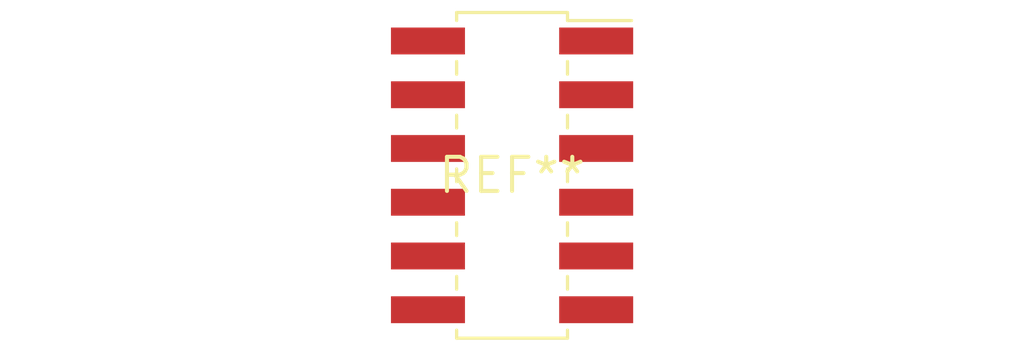
<source format=kicad_pcb>
(kicad_pcb (version 20240108) (generator pcbnew)
  (layers (0 "F.Cu" signal) (31 "B.Cu" signal) (34 "B.Paste" user) (35 "F.Paste" user) (36 "B.SilkS" user "B.Silkscreen") (37 "F.SilkS" user "F.Silkscreen") (38 "B.Mask" user) (39 "F.Mask" user) (44 "Edge.Cuts" user))
  (net 0 "")
  (footprint "PinSocket_2x06_P2.00mm_Vertical_SMD" (layer "F.Cu") (at 0 0)
    (property "Reference" "REF**")
    (property "Value" "PinSocket_2x06_P2.00mm_Vertical_SMD")
    (fp_line (start -2.06 -6.06) (end -2.06 -5.76) (layer "F.SilkS") (stroke (width 0.12)))
    (fp_line (start -2.06 -6.06) (end 2.06 -6.06) (layer "F.SilkS") (stroke (width 0.12)))
    (fp_line (start -2.06 -4.24) (end -2.06 -3.76) (layer "F.SilkS") (stroke (width 0.12)))
    (fp_line (start -2.06 -2.24) (end -2.06 -1.76) (layer "F.SilkS") (stroke (width 0.12)))
    (fp_line (start -2.06 -0.24) (end -2.06 0.24) (layer "F.SilkS") (stroke (width 0.12)))
    (fp_line (start -2.06 1.76) (end -2.06 2.24) (layer "F.SilkS") (stroke (width 0.12)))
    (fp_line (start -2.06 3.76) (end -2.06 4.24) (layer "F.SilkS") (stroke (width 0.12)))
    (fp_line (start -2.06 5.76) (end -2.06 6.06) (layer "F.SilkS") (stroke (width 0.12)))
    (fp_line (start -2.06 6.06) (end 2.06 6.06) (layer "F.SilkS") (stroke (width 0.12)))
    (fp_line (start 2.06 -6.06) (end 2.06 -5.76) (layer "F.SilkS") (stroke (width 0.12)))
    (fp_line (start 2.06 -5.76) (end 4.44 -5.76) (layer "F.SilkS") (stroke (width 0.12)))
    (fp_line (start 2.06 -4.24) (end 2.06 -3.76) (layer "F.SilkS") (stroke (width 0.12)))
    (fp_line (start 2.06 -2.24) (end 2.06 -1.76) (layer "F.SilkS") (stroke (width 0.12)))
    (fp_line (start 2.06 -0.24) (end 2.06 0.24) (layer "F.SilkS") (stroke (width 0.12)))
    (fp_line (start 2.06 1.76) (end 2.06 2.24) (layer "F.SilkS") (stroke (width 0.12)))
    (fp_line (start 2.06 3.76) (end 2.06 4.24) (layer "F.SilkS") (stroke (width 0.12)))
    (fp_line (start 2.06 5.76) (end 2.06 6.06) (layer "F.SilkS") (stroke (width 0.12)))
    (pad "1" smd rect (at 3.125 -5) (size 2.75 1) (layers "F.Cu" "F.Paste" "F.Mask"))
    (pad "2" smd rect (at -3.125 -5) (size 2.75 1) (layers "F.Cu" "F.Paste" "F.Mask"))
    (pad "3" smd rect (at 3.125 -3) (size 2.75 1) (layers "F.Cu" "F.Paste" "F.Mask"))
    (pad "4" smd rect (at -3.125 -3) (size 2.75 1) (layers "F.Cu" "F.Paste" "F.Mask"))
    (pad "5" smd rect (at 3.125 -1) (size 2.75 1) (layers "F.Cu" "F.Paste" "F.Mask"))
    (pad "6" smd rect (at -3.125 -1) (size 2.75 1) (layers "F.Cu" "F.Paste" "F.Mask"))
    (pad "7" smd rect (at 3.125 1) (size 2.75 1) (layers "F.Cu" "F.Paste" "F.Mask"))
    (pad "8" smd rect (at -3.125 1) (size 2.75 1) (layers "F.Cu" "F.Paste" "F.Mask"))
    (pad "9" smd rect (at 3.125 3) (size 2.75 1) (layers "F.Cu" "F.Paste" "F.Mask"))
    (pad "10" smd rect (at -3.125 3) (size 2.75 1) (layers "F.Cu" "F.Paste" "F.Mask"))
    (pad "11" smd rect (at 3.125 5) (size 2.75 1) (layers "F.Cu" "F.Paste" "F.Mask"))
    (pad "12" smd rect (at -3.125 5) (size 2.75 1) (layers "F.Cu" "F.Paste" "F.Mask"))
  )
)
</source>
